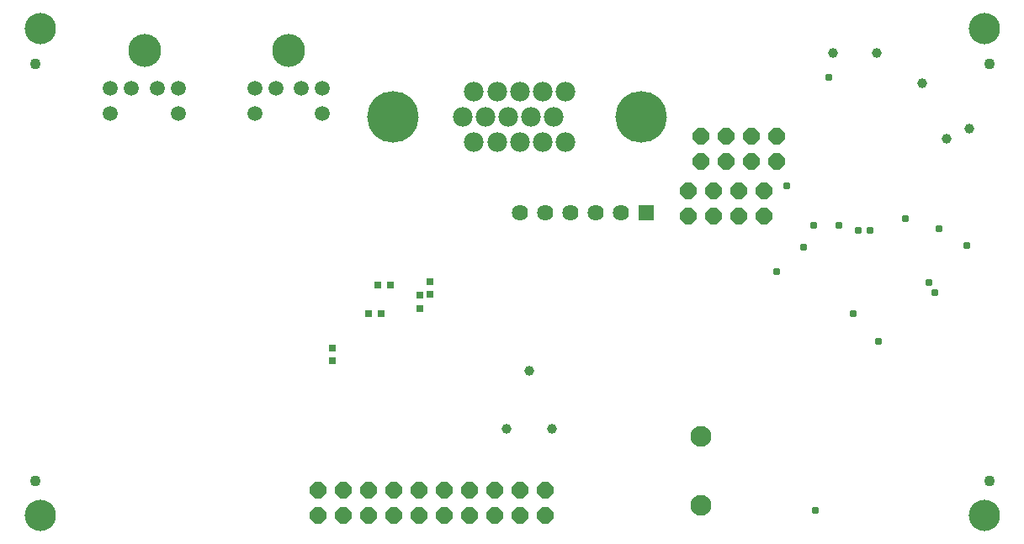
<source format=gbs>
G75*
G70*
%OFA0B0*%
%FSLAX24Y24*%
%IPPOS*%
%LPD*%
%AMOC8*
5,1,8,0,0,1.08239X$1,22.5*
%
%ADD10C,0.1240*%
%ADD11R,0.0276X0.0316*%
%ADD12C,0.0394*%
%ADD13C,0.0594*%
%ADD14C,0.1306*%
%ADD15OC8,0.0640*%
%ADD16C,0.0780*%
%ADD17C,0.2040*%
%ADD18R,0.0640X0.0640*%
%ADD19C,0.0640*%
%ADD20R,0.0316X0.0276*%
%ADD21C,0.0827*%
%ADD22C,0.0434*%
%ADD23C,0.0310*%
%ADD24C,0.0396*%
D10*
X001134Y002973D03*
X001134Y022264D03*
X038536Y022264D03*
X038536Y002973D03*
D11*
X016567Y011731D03*
X016174Y011705D03*
X016174Y011189D03*
X016567Y012246D03*
X012709Y009608D03*
X012709Y009093D03*
D12*
X032561Y021305D03*
X034294Y021305D03*
D13*
X012315Y019902D03*
X011489Y019902D03*
X010465Y019902D03*
X009638Y019902D03*
X009638Y018918D03*
X012315Y018918D03*
X006607Y018918D03*
X006607Y019902D03*
X005780Y019902D03*
X004756Y019902D03*
X003930Y019902D03*
X003930Y018918D03*
D14*
X005268Y021398D03*
X010977Y021398D03*
D15*
X026800Y015835D03*
X027800Y015835D03*
X028800Y015835D03*
X029800Y015835D03*
X029800Y014835D03*
X028800Y014835D03*
X027800Y014835D03*
X026800Y014835D03*
X027300Y017000D03*
X028300Y017000D03*
X029300Y017000D03*
X030300Y017000D03*
X030300Y018000D03*
X029300Y018000D03*
X028300Y018000D03*
X027300Y018000D03*
X021150Y003988D03*
X020150Y003988D03*
X019150Y003988D03*
X018150Y003988D03*
X017150Y003988D03*
X016150Y003988D03*
X015150Y003988D03*
X014150Y003988D03*
X013150Y003988D03*
X012150Y003988D03*
X012150Y002988D03*
X013150Y002988D03*
X014150Y002988D03*
X015150Y002988D03*
X016150Y002988D03*
X017150Y002988D03*
X018150Y002988D03*
X019150Y002988D03*
X020150Y002988D03*
X021150Y002988D03*
D16*
X021036Y017768D03*
X020134Y017768D03*
X019233Y017768D03*
X018331Y017768D03*
X017882Y018768D03*
X018784Y018768D03*
X019685Y018768D03*
X020587Y018768D03*
X021489Y018768D03*
X021937Y019768D03*
X021036Y019768D03*
X020134Y019768D03*
X019233Y019768D03*
X018331Y019768D03*
X021937Y017768D03*
D17*
X024953Y018768D03*
X015111Y018768D03*
D18*
X025150Y014988D03*
D19*
X024150Y014988D03*
X023150Y014988D03*
X022150Y014988D03*
X021150Y014988D03*
X020150Y014988D03*
D20*
X015014Y012107D03*
X014499Y012107D03*
X014660Y010965D03*
X014144Y010965D03*
D21*
X027315Y006122D03*
X027315Y003366D03*
D22*
X038733Y004351D03*
X038733Y020886D03*
X000937Y020886D03*
X000937Y004351D03*
D23*
X030307Y012638D03*
X031390Y013622D03*
X031784Y014459D03*
X032768Y014459D03*
X033556Y014262D03*
X033998Y014262D03*
X035426Y014744D03*
X036764Y014351D03*
X037857Y013671D03*
X036361Y012195D03*
X036567Y011801D03*
X034343Y009882D03*
X033359Y010975D03*
X030721Y016044D03*
X032394Y020325D03*
X031833Y003170D03*
D24*
X021410Y006398D03*
X019599Y006398D03*
X020504Y008721D03*
X037040Y017894D03*
X037945Y018317D03*
X036095Y020099D03*
M02*

</source>
